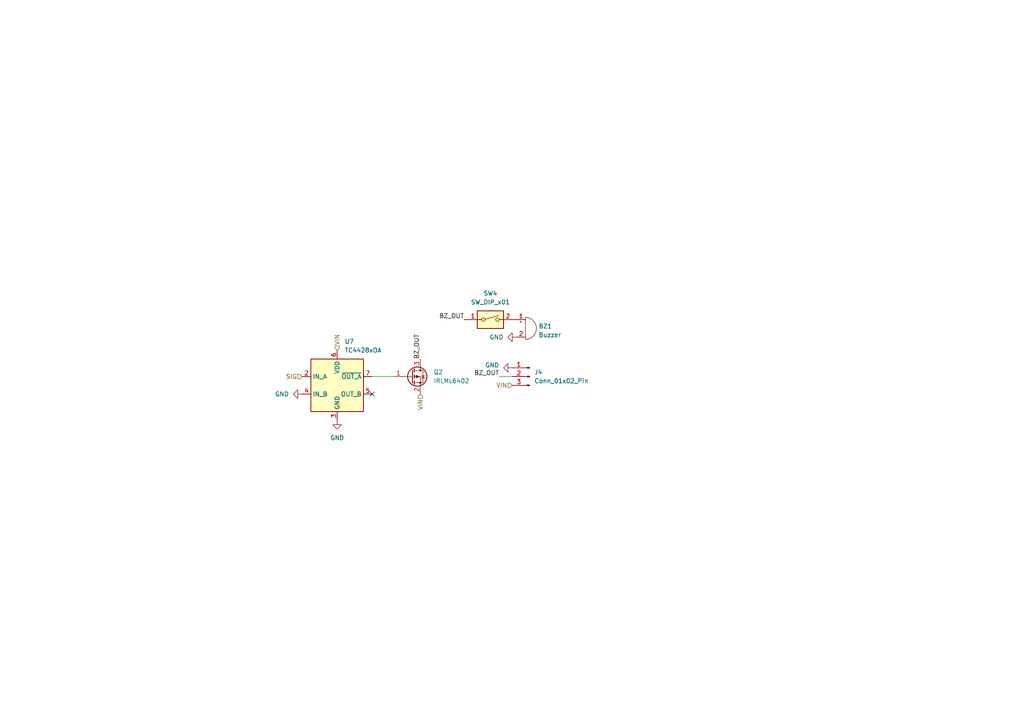
<source format=kicad_sch>
(kicad_sch (version 20250114) (generator "eeschema") (generator_version "9.0")
  (paper "A4")
  (lib_symbols
    (symbol "Connector:Conn_01x03_Pin" (pin_names (offset 1.016) (hide yes))
      (property "Reference" "J" (at 0 5.08 0))
      (property "Value" "Conn_01x03_Pin" (at 0 -5.08 0))
      (symbol "Conn_01x03_Pin_1_1"
        (rectangle (start 0.8636 2.667) (end 0 2.413) (stroke (width 0.1524)) (fill (type outline)))
        (rectangle (start 0.8636 0.127) (end 0 -0.127) (stroke (width 0.1524)) (fill (type outline)))
        (rectangle (start 0.8636 -2.413) (end 0 -2.667) (stroke (width 0.1524)) (fill (type outline)))
        (polyline (pts (xy 1.27 2.54) (xy 0.8636 2.54)) (stroke (width 0.1524)))
        (polyline (pts (xy 1.27 0) (xy 0.8636 0)) (stroke (width 0.1524)))
        (polyline (pts (xy 1.27 -2.54) (xy 0.8636 -2.54)) (stroke (width 0.1524)))
        (pin passive line (at 5.08 2.54 180) (length 3.81) (name "Pin_1") (number "1"))
        (pin passive line (at 5.08 0 180) (length 3.81) (name "Pin_2") (number "2"))
        (pin passive line (at 5.08 -2.54 180) (length 3.81) (name "Pin_3") (number "3"))
      )
    )
    (symbol "Device:Buzzer" (pin_names (offset 0.0254) (hide yes))
      (property "Reference" "BZ" (at 3.81 1.27 0))
      (property "Value" "Buzzer" (at 3.81 -1.27 0))
      (symbol "Buzzer_0_1"
        (polyline (pts (xy -1.651 1.905) (xy -1.143 1.905)))
        (polyline (pts (xy -1.397 2.159) (xy -1.397 1.651)))
        (arc (start 0 3.175) (mid 3.1612 0) (end 0 -3.175))
        (polyline (pts (xy 0 3.175) (xy 0 -3.175)))
      )
      (symbol "Buzzer_1_1"
        (pin passive line (at -2.54 2.54 0) (length 2.54) (name "+") (number "1"))
        (pin passive line (at -2.54 -2.54 0) (length 2.54) (name "-") (number "2"))
      )
    )
    (symbol "Driver_FET:TC4428xOA"
      (property "Reference" "U" (at -7.62 8.89 0))
      (property "Value" "TC4428xOA" (at 1.27 8.89 0))
      (symbol "TC4428xOA_0_1"
        (rectangle (start -7.62 -7.62) (end 7.62 7.62) (stroke (width 0.254)) (fill (type background)))
      )
      (symbol "TC4428xOA_1_1"
        (pin input line (at -10.16 2.54 0) (length 2.54) (name "IN_A") (number "2"))
        (pin input line (at -10.16 -2.54 0) (length 2.54) (name "IN_B") (number "4"))
        (pin no_connect line (at -7.62 0 0) (length 2.54) (hide yes) (name "NC") (number "1"))
        (pin power_in line (at 0 10.16 270) (length 2.54) (name "VDD") (number "6"))
        (pin power_in line (at 0 -10.16 90) (length 2.54) (name "GND") (number "3"))
        (pin no_connect line (at 7.62 0 180) (length 2.54) (hide yes) (name "NC") (number "8"))
        (pin output line (at 10.16 2.54 180) (length 2.54) (name "~{OUT_A}") (number "7"))
        (pin output line (at 10.16 -2.54 180) (length 2.54) (name "OUT_B") (number "5"))
      )
    )
    (symbol "Switch:SW_DIP_x01" (pin_names (offset 0) (hide yes))
      (property "Reference" "SW" (at 0 3.81 0))
      (property "Value" "SW_DIP_x01" (at 0 -3.81 0))
      (symbol "SW_DIP_x01_0_0"
        (circle (center -2.032 0) (radius 0.508))
        (polyline (pts (xy -1.524 0.127) (xy 2.3622 1.1684)))
        (circle (center 2.032 0) (radius 0.508))
      )
      (symbol "SW_DIP_x01_0_1"
        (rectangle (start -3.81 2.54) (end 3.81 -2.54) (stroke (width 0.254)) (fill (type background)))
      )
      (symbol "SW_DIP_x01_1_1"
        (pin passive line (at -7.62 0 0) (length 5.08) (name "~") (number "1"))
        (pin passive line (at 7.62 0 180) (length 5.08) (name "~") (number "2"))
      )
    )
    (symbol "Transistor_FET:IRLML6402" (pin_names (hide yes))
      (property "Reference" "Q" (at 5.08 1.905 0))
      (property "Value" "IRLML6402" (at 5.08 0 0))
      (symbol "IRLML6402_0_1"
        (polyline (pts (xy 0.254 1.905) (xy 0.254 -1.905)) (stroke (width 0.254)))
        (polyline (pts (xy 0.254 0) (xy -2.54 0)))
        (polyline (pts (xy 0.762 2.286) (xy 0.762 1.27)) (stroke (width 0.254)))
        (polyline (pts (xy 0.762 1.778) (xy 3.302 1.778) (xy 3.302 -1.778) (xy 0.762 -1.778)))
        (polyline (pts (xy 0.762 0.508) (xy 0.762 -0.508)) (stroke (width 0.254)))
        (polyline (pts (xy 0.762 -1.27) (xy 0.762 -2.286)) (stroke (width 0.254)))
        (circle (center 1.651 0) (radius 2.794) (stroke (width 0.254)))
        (polyline (pts (xy 2.286 0) (xy 1.27 0.381) (xy 1.27 -0.381) (xy 2.286 0)) (fill (type outline)))
        (polyline (pts (xy 2.54 2.54) (xy 2.54 1.778)))
        (circle (center 2.54 1.778) (radius 0.254) (fill (type outline)))
        (circle (center 2.54 -1.778) (radius 0.254) (fill (type outline)))
        (polyline (pts (xy 2.54 -2.54) (xy 2.54 0) (xy 0.762 0)))
        (polyline (pts (xy 2.794 -0.508) (xy 2.921 -0.381) (xy 3.683 -0.381) (xy 3.81 -0.254)))
        (polyline (pts (xy 3.302 -0.381) (xy 2.921 0.254) (xy 3.683 0.254) (xy 3.302 -0.381)))
      )
      (symbol "IRLML6402_1_1"
        (pin input line (at -5.08 0 0) (length 2.54) (name "G") (number "1"))
        (pin passive line (at 2.54 5.08 270) (length 2.54) (name "D") (number "3"))
        (pin passive line (at 2.54 -5.08 90) (length 2.54) (name "S") (number "2"))
      )
    )
    (symbol "power:GND" (power) (pin_numbers (hide yes)) (pin_names (offset 0) (hide yes))
      (property "Value" "GND" (at 0 -3.81 0))
      (symbol "GND_0_1"
        (polyline (pts (xy 0 0) (xy 0 -1.27) (xy 1.27 -1.27) (xy 0 -2.54) (xy -1.27 -1.27) (xy 0 -1.27)))
      )
      (symbol "GND_1_1"
        (pin power_in line (at 0 0 270) (length 0) (name "~") (number "1"))
      )
    )
  )
  (no_connect (at 107.95 114.3))
  (wire (pts (xy 107.95 109.22) (xy 114.3 109.22)))
  (wire (pts (xy 144.78 109.22) (xy 148.59 109.22)))
  (label "BZ_OUT" (at 134.62 92.71 180))
  (label "BZ_OUT" (at 144.78 109.22 180))
  (label "BZ_OUT" (at 121.92 104.14 90))
  (hierarchical_label "SIG" (shape input) (at 87.63 109.22 180))
  (hierarchical_label "VIN" (shape input) (at 121.92 114.3 270))
  (hierarchical_label "VIN" (shape input) (at 97.79 101.6 90))
  (hierarchical_label "VIN" (shape input) (at 148.59 111.76 180))
  (symbol (lib_id "power:GND") (at 149.86 97.79 270) (unit 1)
    (property "Reference" "#PWR020" (effects (hide yes)))
    (property "Value" "GND" (at 146.05 97.7899 90) (effects (justify right)))
    (property "Description" "Power symbol creates a global label with name \"GND\" , ground" (effects (hide yes)))
  )
  (symbol (lib_id "power:GND") (at 87.63 114.3 270) (unit 1)
    (property "Reference" "#PWR035" (effects (hide yes)))
    (property "Value" "GND" (at 83.82 114.2999 90) (effects (justify right)))
    (property "Description" "Power symbol creates a global label with name \"GND\" , ground" (effects (hide yes)))
  )
  (symbol (lib_id "power:GND") (at 97.79 121.92 0) (unit 1)
    (property "Reference" "#PWR026" (effects (hide yes)))
    (property "Value" "GND" (at 97.79 127 0))
    (property "Description" "Power symbol creates a global label with name \"GND\" , ground" (effects (hide yes)))
  )
  (symbol (lib_id "Connector:Conn_01x03_Pin") (at 153.67 109.22 0) (mirror y) (unit 1)
    (property "Reference" "J4" (at 154.94 107.9499 0) (effects (justify right)))
    (property "Value" "Conn_01x02_Pin" (at 154.94 110.4899 0) (effects (justify right)))
    (property "Footprint" "Connector_Molex:Molex_Nano-Fit_105309-xx03_1x03_P2.50mm_Vertical" (effects (hide yes)))
    (property "Description" "Generic connector, single row, 01x03, script generated" (effects (hide yes)))
    (property "Part Number" "1053091103" (effects (hide yes)))
  )
  (symbol (lib_id "Driver_FET:TC4428xOA") (at 97.79 111.76 0) (unit 1)
    (property "Reference" "U7" (at 99.9333 99.06 0) (effects (justify left)))
    (property "Value" "TC4428xOA" (at 99.9333 101.6 0) (effects (justify left)))
    (property "Footprint" "Package_SO:SOIC-8_3.9x4.9mm_P1.27mm" (effects (hide yes)))
    (property "Datasheet" "https://ww1.microchip.com/downloads/en/DeviceDoc/20001422G.pdf" (effects (hide yes)))
    (property "Description" "1.5A Dual High-Speed Power MOSFET Drivers, 4.5...18V supply, TTL/CMOS compatible inputs, complementary drivers, SOIC-8" (effects (hide yes)))
    (property "Part Number" "TC4428EOA713" (effects (hide yes)))
  )
  (symbol (lib_id "Device:Buzzer") (at 152.4 95.25 0) (unit 1)
    (property "Reference" "BZ1" (at 156.21 94.615 0) (effects (justify left)))
    (property "Value" "Buzzer" (at 156.21 97.155 0) (effects (justify left)))
    (property "Footprint" "Buzzer_Beeper:Buzzer_TDK_PS1240P02BT_D12.2mm_H6.5mm" (effects (hide yes)))
    (property "Datasheet" "https://product.tdk.com/en/system/files?file=dam/doc/product/sw_piezo/sw_piezo/piezo-buzzer/catalog/piezoelectronic_buzzer_ps_en.pdf" (effects (hide yes)))
    (property "Description" "Buzzer, polarized" (effects (hide yes)))
    (property "Part Number" "PS1240P02BT" (effects (hide yes)))
  )
  (symbol (lib_id "Switch:SW_DIP_x01") (at 142.24 92.71 0) (unit 1)
    (property "Reference" "SW4" (at 142.24 85.09 0))
    (property "Value" "SW_DIP_x01" (at 142.24 87.63 0))
    (property "Footprint" "Button_Switch_SMD:SW_DIP_SPSTx01_Slide_Copal_CHS-01A_W5.08mm_P1.27mm_JPin" (effects (hide yes)))
    (property "Description" "1x DIP Switch, Single Pole Single Throw (SPST) switch, small symbol" (effects (hide yes)))
    (property "Part Number" "CHS-01A" (effects (hide yes)))
  )
  (symbol (lib_id "power:GND") (at 148.59 106.68 270) (unit 1)
    (property "Reference" "#PWR027" (effects (hide yes)))
    (property "Value" "GND" (at 144.78 105.918 90) (effects (justify right)))
    (property "Description" "Power symbol creates a global label with name \"GND\" , ground" (effects (hide yes)))
  )
  (symbol (lib_id "Transistor_FET:IRLML6402") (at 119.38 109.22 0) (unit 1)
    (property "Reference" "Q2" (at 125.73 107.9499 0) (effects (justify left)))
    (property "Value" "IRLML6402" (at 125.73 110.4899 0) (effects (justify left)))
    (property "Footprint" "Package_TO_SOT_SMD:SOT-23" (effects (hide yes)))
    (property "Datasheet" "https://www.infineon.com/dgdl/irlml6402pbf.pdf?fileId=5546d462533600a401535668d5c2263c" (effects (hide yes)))
    (property "Description" "-3.7A Id, -20V Vds, 65mOhm Rds, P-Channel HEXFET Power MOSFET, SOT-23" (effects (hide yes)))
    (property "Part Number" "IRLML6402TRPBF" (effects (hide yes)))
  )
)
</source>
